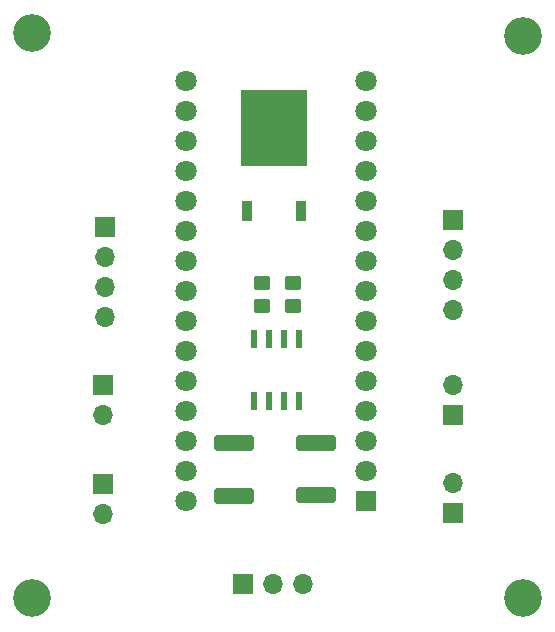
<source format=gbr>
%TF.GenerationSoftware,KiCad,Pcbnew,(6.0.4)*%
%TF.CreationDate,2022-09-15T01:44:32-04:00*%
%TF.ProjectId,NANO_HAT,4e414e4f-5f48-4415-942e-6b696361645f,rev?*%
%TF.SameCoordinates,Original*%
%TF.FileFunction,Soldermask,Bot*%
%TF.FilePolarity,Negative*%
%FSLAX46Y46*%
G04 Gerber Fmt 4.6, Leading zero omitted, Abs format (unit mm)*
G04 Created by KiCad (PCBNEW (6.0.4)) date 2022-09-15 01:44:32*
%MOMM*%
%LPD*%
G01*
G04 APERTURE LIST*
G04 Aperture macros list*
%AMRoundRect*
0 Rectangle with rounded corners*
0 $1 Rounding radius*
0 $2 $3 $4 $5 $6 $7 $8 $9 X,Y pos of 4 corners*
0 Add a 4 corners polygon primitive as box body*
4,1,4,$2,$3,$4,$5,$6,$7,$8,$9,$2,$3,0*
0 Add four circle primitives for the rounded corners*
1,1,$1+$1,$2,$3*
1,1,$1+$1,$4,$5*
1,1,$1+$1,$6,$7*
1,1,$1+$1,$8,$9*
0 Add four rect primitives between the rounded corners*
20,1,$1+$1,$2,$3,$4,$5,0*
20,1,$1+$1,$4,$5,$6,$7,0*
20,1,$1+$1,$6,$7,$8,$9,0*
20,1,$1+$1,$8,$9,$2,$3,0*%
G04 Aperture macros list end*
%ADD10R,0.960000X1.730000*%
%ADD11R,5.630000X6.490000*%
%ADD12R,1.700000X1.700000*%
%ADD13O,1.700000X1.700000*%
%ADD14C,3.200000*%
%ADD15R,1.800000X1.800000*%
%ADD16C,1.800000*%
%ADD17RoundRect,0.250000X-0.450000X0.350000X-0.450000X-0.350000X0.450000X-0.350000X0.450000X0.350000X0*%
%ADD18RoundRect,0.250000X1.450000X-0.400000X1.450000X0.400000X-1.450000X0.400000X-1.450000X-0.400000X0*%
%ADD19RoundRect,0.041300X-0.253700X0.748700X-0.253700X-0.748700X0.253700X-0.748700X0.253700X0.748700X0*%
G04 APERTURE END LIST*
D10*
%TO.C,VR1*%
X164350000Y-79002500D03*
X159780000Y-79002500D03*
D11*
X162065000Y-71982500D03*
%TD*%
D12*
%TO.C,J5*%
X147600000Y-93725000D03*
D13*
X147600000Y-96265000D03*
%TD*%
D14*
%TO.C,H1*%
X183200000Y-64200000D03*
%TD*%
D12*
%TO.C,J7*%
X177200000Y-79800000D03*
D13*
X177200000Y-82340000D03*
X177200000Y-84880000D03*
X177200000Y-87420000D03*
%TD*%
D12*
%TO.C,J2*%
X147600000Y-102125000D03*
D13*
X147600000Y-104665000D03*
%TD*%
D15*
%TO.C,TB1*%
X169840000Y-103580000D03*
D16*
X169840000Y-101040000D03*
X169840000Y-98500000D03*
X169840000Y-95960000D03*
X169840000Y-93420000D03*
X169840000Y-90880000D03*
X169840000Y-88340000D03*
X169840000Y-85800000D03*
X169840000Y-83260000D03*
X169840000Y-80720000D03*
X169840000Y-78180000D03*
X169840000Y-75640000D03*
X169840000Y-73100000D03*
X169840000Y-70560000D03*
X169840000Y-68020000D03*
X154600000Y-68020000D03*
X154600000Y-70560000D03*
X154600000Y-73100000D03*
X154600000Y-75640000D03*
X154600000Y-78180000D03*
X154600000Y-80720000D03*
X154600000Y-83260000D03*
X154600000Y-85800000D03*
X154600000Y-88340000D03*
X154600000Y-90880000D03*
X154600000Y-93420000D03*
X154600000Y-95960000D03*
X154600000Y-98500000D03*
X154600000Y-101040000D03*
X154600000Y-103580000D03*
%TD*%
D12*
%TO.C,J3*%
X177200000Y-96275000D03*
D13*
X177200000Y-93735000D03*
%TD*%
D12*
%TO.C,J4*%
X147800000Y-80400000D03*
D13*
X147800000Y-82940000D03*
X147800000Y-85480000D03*
X147800000Y-88020000D03*
%TD*%
D14*
%TO.C,H3*%
X141600000Y-111800000D03*
%TD*%
D12*
%TO.C,J6*%
X177200000Y-104600000D03*
D13*
X177200000Y-102060000D03*
%TD*%
D14*
%TO.C,H4*%
X183200000Y-111800000D03*
%TD*%
D12*
%TO.C,J1*%
X159475000Y-110600000D03*
D13*
X162015000Y-110600000D03*
X164555000Y-110600000D03*
%TD*%
D14*
%TO.C,H2*%
X141600000Y-64000000D03*
%TD*%
D17*
%TO.C,R1*%
X161065000Y-85085000D03*
X161065000Y-87085000D03*
%TD*%
D18*
%TO.C,D2*%
X158665000Y-103135000D03*
X158665000Y-98685000D03*
%TD*%
D17*
%TO.C,R2*%
X163665000Y-85085000D03*
X163665000Y-87085000D03*
%TD*%
D18*
%TO.C,D1*%
X165665000Y-103110000D03*
X165665000Y-98660000D03*
%TD*%
D19*
%TO.C,U1*%
X160360000Y-89860000D03*
X161630000Y-89860000D03*
X162900000Y-89860000D03*
X164170000Y-89860000D03*
X164170000Y-95110000D03*
X162900000Y-95110000D03*
X161630000Y-95110000D03*
X160360000Y-95110000D03*
%TD*%
M02*

</source>
